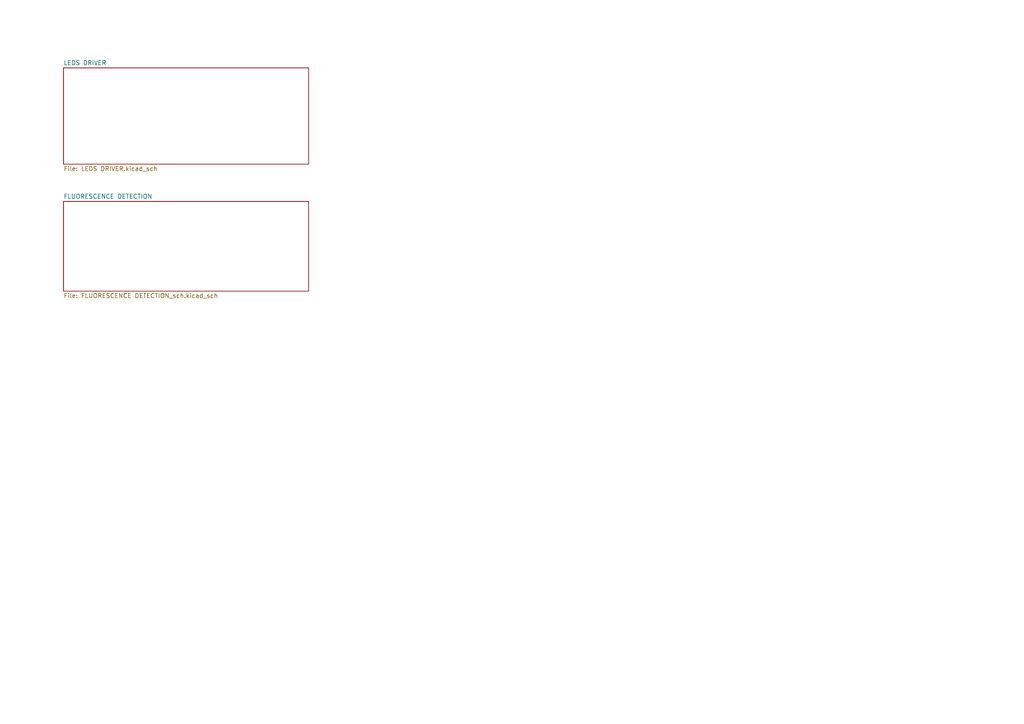
<source format=kicad_sch>
(kicad_sch
	(version 20231120)
	(generator "eeschema")
	(generator_version "8.0")
	(uuid "7b75954d-2c3e-4d13-96a6-e7daf08b0dea")
	(paper "A4")
	(lib_symbols)
	(sheet
		(at 18.415 58.42)
		(size 71.12 26.035)
		(fields_autoplaced yes)
		(stroke
			(width 0.1524)
			(type solid)
		)
		(fill
			(color 0 0 0 0.0000)
		)
		(uuid "1be10d22-f55c-4a17-b255-262816a2a184")
		(property "Sheetname" "FLUORESCENCE DETECTION"
			(at 18.415 57.7084 0)
			(effects
				(font
					(size 1.27 1.27)
				)
				(justify left bottom)
			)
		)
		(property "Sheetfile" "FLUORESCENCE DETECTION_sch.kicad_sch"
			(at 18.415 85.0396 0)
			(effects
				(font
					(size 1.27 1.27)
				)
				(justify left top)
			)
		)
		(instances
			(project "PCB OPTICS"
				(path "/7b75954d-2c3e-4d13-96a6-e7daf08b0dea"
					(page "3")
				)
			)
		)
	)
	(sheet
		(at 18.415 19.685)
		(size 71.12 27.94)
		(fields_autoplaced yes)
		(stroke
			(width 0.1524)
			(type solid)
		)
		(fill
			(color 0 0 0 0.0000)
		)
		(uuid "29a443a8-fd2f-4852-996d-2f9bcef919ed")
		(property "Sheetname" "LEDS DRIVER"
			(at 18.415 18.9734 0)
			(effects
				(font
					(size 1.27 1.27)
				)
				(justify left bottom)
			)
		)
		(property "Sheetfile" "LEDS DRIVER.kicad_sch"
			(at 18.415 48.2096 0)
			(effects
				(font
					(size 1.27 1.27)
				)
				(justify left top)
			)
		)
		(instances
			(project "PCB OPTICS"
				(path "/7b75954d-2c3e-4d13-96a6-e7daf08b0dea"
					(page "2")
				)
			)
		)
	)
	(sheet_instances
		(path "/"
			(page "1")
		)
	)
)

</source>
